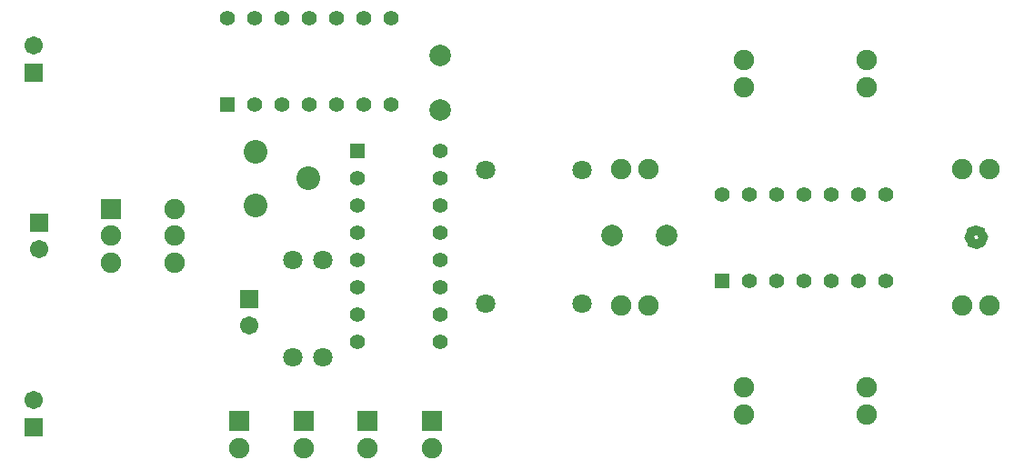
<source format=gts>
G04*
G04 #@! TF.GenerationSoftware,Altium Limited,Altium Designer,20.2.8 (258)*
G04*
G04 Layer_Color=8388736*
%FSLAX25Y25*%
%MOIN*%
G70*
G04*
G04 #@! TF.SameCoordinates,5E7CCD21-07A0-4AA7-BB04-5DF435F4F0B1*
G04*
G04*
G04 #@! TF.FilePolarity,Negative*
G04*
G01*
G75*
%ADD10C,0.03600*%
%ADD18C,0.05524*%
%ADD19C,0.07099*%
%ADD20C,0.07493*%
%ADD21R,0.07493X0.07493*%
%ADD22R,0.06706X0.06706*%
%ADD23C,0.06706*%
%ADD24C,0.08674*%
%ADD25R,0.05524X0.05524*%
%ADD26R,0.05524X0.05524*%
%ADD27C,0.07887*%
D10*
X358050Y89500D02*
G03*
X358050Y89500I-2550J0D01*
G01*
D18*
X81000Y169739D02*
D03*
X159000Y121000D02*
D03*
X262500Y105239D02*
D03*
X141000Y169739D02*
D03*
X131000D02*
D03*
X121000D02*
D03*
X111000D02*
D03*
X101000D02*
D03*
X91000D02*
D03*
X141000Y138000D02*
D03*
X131000D02*
D03*
X121000D02*
D03*
X111000D02*
D03*
X101000D02*
D03*
X91000D02*
D03*
X128630Y111000D02*
D03*
Y101000D02*
D03*
Y91000D02*
D03*
Y81000D02*
D03*
Y71000D02*
D03*
Y61000D02*
D03*
Y51000D02*
D03*
X159000Y111000D02*
D03*
Y101000D02*
D03*
Y91000D02*
D03*
Y81000D02*
D03*
Y71000D02*
D03*
Y61000D02*
D03*
Y51000D02*
D03*
X322500Y105239D02*
D03*
X312500D02*
D03*
X302500D02*
D03*
X292500D02*
D03*
X282500D02*
D03*
X272500D02*
D03*
X322500Y73500D02*
D03*
X312500D02*
D03*
X302500D02*
D03*
X292500D02*
D03*
X282500D02*
D03*
X272500D02*
D03*
D19*
X211000Y114000D02*
D03*
X175567D02*
D03*
Y65000D02*
D03*
X211000D02*
D03*
X105000Y45567D02*
D03*
Y81000D02*
D03*
X116000D02*
D03*
Y45567D02*
D03*
D20*
X61811Y99843D02*
D03*
Y90000D02*
D03*
Y80158D02*
D03*
X38189Y90000D02*
D03*
Y80158D02*
D03*
X270500Y34500D02*
D03*
Y24500D02*
D03*
X315500Y34500D02*
D03*
Y24500D02*
D03*
X350500Y64500D02*
D03*
X360500D02*
D03*
X350500Y114500D02*
D03*
X360500D02*
D03*
X315500Y144500D02*
D03*
Y154500D02*
D03*
X270500Y144500D02*
D03*
Y154500D02*
D03*
X235500Y114500D02*
D03*
X225500D02*
D03*
X235500Y64500D02*
D03*
X225500D02*
D03*
X85500Y12000D02*
D03*
X109000D02*
D03*
X132500D02*
D03*
X156000D02*
D03*
D21*
X38189Y99843D02*
D03*
X85500Y22000D02*
D03*
X109000D02*
D03*
X132500D02*
D03*
X156000D02*
D03*
D22*
X12000Y94847D02*
D03*
X9971Y19962D02*
D03*
Y149962D02*
D03*
X89000Y66847D02*
D03*
D23*
X12000Y85153D02*
D03*
X9971Y29962D02*
D03*
Y159962D02*
D03*
X89000Y57153D02*
D03*
D24*
X91200Y101100D02*
D03*
X110800Y111000D02*
D03*
X91200Y120900D02*
D03*
D25*
X81000Y138000D02*
D03*
X262500Y73500D02*
D03*
D26*
X128630Y121000D02*
D03*
D27*
X242000Y90000D02*
D03*
X222000D02*
D03*
X159000Y136000D02*
D03*
Y156000D02*
D03*
M02*

</source>
